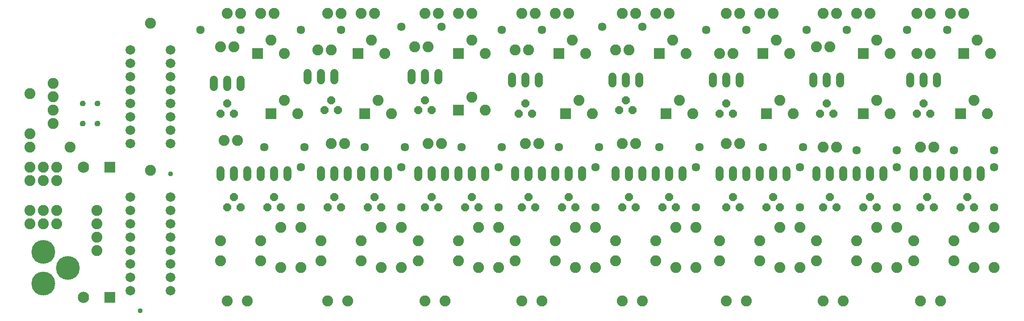
<source format=gts>
G75*
%MOIN*%
%OFA0B0*%
%FSLAX25Y25*%
%IPPOS*%
%LPD*%
%AMOC8*
5,1,8,0,0,1.08239X$1,22.5*
%
%ADD10C,0.17800*%
%ADD11C,0.08400*%
%ADD12R,0.08400X0.08400*%
%ADD13C,0.00500*%
%ADD14C,0.08200*%
%ADD15C,0.07200*%
%ADD16C,0.06000*%
%ADD17OC8,0.06000*%
%ADD18C,0.06343*%
%ADD19R,0.08200X0.08200*%
%ADD20C,0.03778*%
D10*
X0021300Y0041615D03*
X0039804Y0053426D03*
X0021300Y0065237D03*
D11*
X0051457Y0031300D03*
X0051457Y0128800D03*
D12*
X0071143Y0128800D03*
X0071143Y0031300D03*
D13*
X0061790Y0159570D02*
X0062174Y0159610D01*
X0062540Y0159734D01*
X0062869Y0159937D01*
X0063144Y0160208D01*
X0063353Y0160533D01*
X0063483Y0160896D01*
X0063530Y0161280D01*
X0063492Y0161674D01*
X0063368Y0162051D01*
X0063162Y0162390D01*
X0062887Y0162675D01*
X0062555Y0162891D01*
X0062183Y0163028D01*
X0061790Y0163080D01*
X0061392Y0163025D01*
X0061016Y0162882D01*
X0060681Y0162660D01*
X0060404Y0162369D01*
X0060198Y0162023D01*
X0060075Y0161640D01*
X0060040Y0161240D01*
X0060092Y0160860D01*
X0060227Y0160502D01*
X0060438Y0160182D01*
X0060715Y0159918D01*
X0061044Y0159722D01*
X0061409Y0159604D01*
X0061790Y0159570D01*
X0062739Y0159856D02*
X0060818Y0159856D01*
X0060324Y0160355D02*
X0063239Y0160355D01*
X0063468Y0160853D02*
X0060094Y0160853D01*
X0060050Y0161352D02*
X0063523Y0161352D01*
X0063434Y0161850D02*
X0060143Y0161850D01*
X0060392Y0162349D02*
X0063187Y0162349D01*
X0062622Y0162847D02*
X0060963Y0162847D01*
X0052472Y0161674D02*
X0052510Y0161280D01*
X0052463Y0160896D01*
X0052333Y0160533D01*
X0052124Y0160208D01*
X0051849Y0159937D01*
X0051520Y0159734D01*
X0051154Y0159610D01*
X0050770Y0159570D01*
X0050389Y0159604D01*
X0050024Y0159722D01*
X0049695Y0159918D01*
X0049418Y0160182D01*
X0049207Y0160502D01*
X0049072Y0160860D01*
X0049020Y0161240D01*
X0049055Y0161640D01*
X0049178Y0162023D01*
X0049384Y0162369D01*
X0049661Y0162660D01*
X0049996Y0162882D01*
X0050372Y0163025D01*
X0050770Y0163080D01*
X0051163Y0163028D01*
X0051535Y0162891D01*
X0051867Y0162675D01*
X0052142Y0162390D01*
X0052348Y0162051D01*
X0052472Y0161674D01*
X0052414Y0161850D02*
X0049123Y0161850D01*
X0049030Y0161352D02*
X0052503Y0161352D01*
X0052448Y0160853D02*
X0049074Y0160853D01*
X0049304Y0160355D02*
X0052219Y0160355D01*
X0051718Y0159856D02*
X0049798Y0159856D01*
X0049372Y0162349D02*
X0052167Y0162349D01*
X0051602Y0162847D02*
X0049943Y0162847D01*
X0050770Y0174570D02*
X0051154Y0174610D01*
X0051520Y0174734D01*
X0051849Y0174937D01*
X0052124Y0175208D01*
X0052333Y0175533D01*
X0052463Y0175896D01*
X0052510Y0176280D01*
X0052472Y0176674D01*
X0052348Y0177051D01*
X0052142Y0177390D01*
X0051867Y0177675D01*
X0051535Y0177891D01*
X0051163Y0178028D01*
X0050770Y0178080D01*
X0050372Y0178025D01*
X0049996Y0177882D01*
X0049661Y0177660D01*
X0049384Y0177369D01*
X0049178Y0177023D01*
X0049055Y0176640D01*
X0049020Y0176240D01*
X0049072Y0175860D01*
X0049207Y0175502D01*
X0049418Y0175182D01*
X0049695Y0174918D01*
X0050024Y0174722D01*
X0050389Y0174604D01*
X0050770Y0174570D01*
X0051646Y0174812D02*
X0049873Y0174812D01*
X0049333Y0175310D02*
X0052190Y0175310D01*
X0052432Y0175809D02*
X0049091Y0175809D01*
X0049026Y0176307D02*
X0052507Y0176307D01*
X0052429Y0176806D02*
X0049108Y0176806D01*
X0049345Y0177304D02*
X0052194Y0177304D01*
X0051671Y0177803D02*
X0049876Y0177803D01*
X0060075Y0176640D02*
X0060198Y0177023D01*
X0060404Y0177369D01*
X0060681Y0177660D01*
X0061016Y0177882D01*
X0061392Y0178025D01*
X0061790Y0178080D01*
X0062183Y0178028D01*
X0062555Y0177891D01*
X0062887Y0177675D01*
X0063162Y0177390D01*
X0063368Y0177051D01*
X0063492Y0176674D01*
X0063530Y0176280D01*
X0063483Y0175896D01*
X0063353Y0175533D01*
X0063144Y0175208D01*
X0062869Y0174937D01*
X0062540Y0174734D01*
X0062174Y0174610D01*
X0061790Y0174570D01*
X0061409Y0174604D01*
X0061044Y0174722D01*
X0060715Y0174918D01*
X0060438Y0175182D01*
X0060227Y0175502D01*
X0060092Y0175860D01*
X0060040Y0176240D01*
X0060075Y0176640D01*
X0060128Y0176806D02*
X0063449Y0176806D01*
X0063527Y0176307D02*
X0060046Y0176307D01*
X0060111Y0175809D02*
X0063452Y0175809D01*
X0063210Y0175310D02*
X0060353Y0175310D01*
X0060893Y0174812D02*
X0062666Y0174812D01*
X0063214Y0177304D02*
X0060366Y0177304D01*
X0060896Y0177803D02*
X0062691Y0177803D01*
D14*
X0028800Y0181300D03*
X0011300Y0183800D03*
X0028800Y0191300D03*
X0028800Y0171300D03*
X0028800Y0161300D03*
X0011300Y0153800D03*
X0011300Y0143800D03*
X0041300Y0143800D03*
X0031300Y0128800D03*
X0021300Y0128800D03*
X0011300Y0128800D03*
X0011300Y0118800D03*
X0021300Y0118800D03*
X0031300Y0118800D03*
X0031300Y0096300D03*
X0021300Y0096300D03*
X0011300Y0096300D03*
X0011300Y0086300D03*
X0021300Y0086300D03*
X0031300Y0086300D03*
X0061300Y0086300D03*
X0061300Y0076300D03*
X0061300Y0066300D03*
X0061300Y0096300D03*
X0101300Y0126300D03*
X0156300Y0148800D03*
X0166300Y0148800D03*
X0211300Y0168741D03*
X0201300Y0178583D03*
X0271300Y0178583D03*
X0281300Y0168741D03*
X0341300Y0181083D03*
X0351300Y0171241D03*
X0421300Y0178583D03*
X0431300Y0168741D03*
X0453800Y0146300D03*
X0463800Y0146300D03*
X0506300Y0168741D03*
X0496300Y0178583D03*
X0571300Y0178583D03*
X0581300Y0168741D03*
X0643800Y0178583D03*
X0653800Y0168741D03*
X0716300Y0178583D03*
X0726300Y0168741D03*
X0686300Y0143800D03*
X0676300Y0143800D03*
X0613800Y0143800D03*
X0603800Y0143800D03*
X0541300Y0146300D03*
X0531300Y0146300D03*
X0391300Y0146300D03*
X0381300Y0146300D03*
X0318800Y0146300D03*
X0308800Y0146300D03*
X0246300Y0146300D03*
X0236300Y0146300D03*
X0213800Y0083800D03*
X0198800Y0083800D03*
X0183800Y0073800D03*
X0153800Y0073800D03*
X0153800Y0058800D03*
X0183800Y0058800D03*
X0198800Y0053800D03*
X0213800Y0053800D03*
X0228800Y0058800D03*
X0258800Y0058800D03*
X0273800Y0053800D03*
X0288800Y0053800D03*
X0301300Y0058800D03*
X0331300Y0058800D03*
X0346300Y0053800D03*
X0361300Y0053800D03*
X0373800Y0058800D03*
X0403800Y0058800D03*
X0418800Y0053800D03*
X0433800Y0053800D03*
X0448800Y0058800D03*
X0478800Y0058800D03*
X0493800Y0053800D03*
X0508800Y0053800D03*
X0526300Y0058800D03*
X0556300Y0058800D03*
X0571300Y0053800D03*
X0586300Y0053800D03*
X0598800Y0058800D03*
X0628800Y0058800D03*
X0643800Y0053800D03*
X0658800Y0053800D03*
X0671300Y0058800D03*
X0701300Y0058800D03*
X0716300Y0053800D03*
X0731300Y0053800D03*
X0701300Y0073800D03*
X0716300Y0083800D03*
X0731300Y0083800D03*
X0671300Y0073800D03*
X0658800Y0083800D03*
X0643800Y0083800D03*
X0628800Y0073800D03*
X0598800Y0073800D03*
X0586300Y0083800D03*
X0571300Y0083800D03*
X0556300Y0073800D03*
X0526300Y0073800D03*
X0508800Y0083800D03*
X0493800Y0083800D03*
X0478800Y0073800D03*
X0448800Y0073800D03*
X0433800Y0083800D03*
X0418800Y0083800D03*
X0403800Y0073800D03*
X0373800Y0073800D03*
X0361300Y0083800D03*
X0346300Y0083800D03*
X0331300Y0073800D03*
X0301300Y0073800D03*
X0288800Y0083800D03*
X0273800Y0083800D03*
X0258800Y0073800D03*
X0228800Y0073800D03*
X0233800Y0028800D03*
X0248800Y0028800D03*
X0306300Y0028800D03*
X0321300Y0028800D03*
X0378800Y0028800D03*
X0393800Y0028800D03*
X0453800Y0028800D03*
X0468800Y0028800D03*
X0531300Y0028800D03*
X0546300Y0028800D03*
X0603800Y0028800D03*
X0618800Y0028800D03*
X0676300Y0028800D03*
X0691300Y0028800D03*
X0173800Y0028800D03*
X0158800Y0028800D03*
X0201300Y0213741D03*
X0226300Y0216300D03*
X0236300Y0216300D03*
X0266300Y0223583D03*
X0276300Y0213741D03*
X0298800Y0218800D03*
X0308800Y0218800D03*
X0341300Y0223583D03*
X0351300Y0213741D03*
X0373800Y0216300D03*
X0383800Y0216300D03*
X0416300Y0223583D03*
X0426300Y0213741D03*
X0448800Y0216300D03*
X0458800Y0216300D03*
X0491300Y0223583D03*
X0501300Y0213741D03*
X0526300Y0213800D03*
X0536300Y0213800D03*
X0568800Y0223583D03*
X0578800Y0213741D03*
X0598800Y0218800D03*
X0608800Y0218800D03*
X0643800Y0223583D03*
X0653800Y0213741D03*
X0673800Y0213800D03*
X0683800Y0213800D03*
X0718800Y0223583D03*
X0728800Y0213741D03*
X0708800Y0243800D03*
X0698800Y0243800D03*
X0683800Y0243800D03*
X0673800Y0243800D03*
X0638800Y0243800D03*
X0628800Y0243800D03*
X0613800Y0243800D03*
X0603800Y0243800D03*
X0566300Y0243800D03*
X0556300Y0243800D03*
X0541300Y0243800D03*
X0531300Y0243800D03*
X0488800Y0243800D03*
X0478800Y0243800D03*
X0463800Y0243800D03*
X0453800Y0243800D03*
X0413800Y0243800D03*
X0403800Y0243800D03*
X0388800Y0243800D03*
X0378800Y0243800D03*
X0341300Y0243800D03*
X0331300Y0243800D03*
X0316300Y0243800D03*
X0306300Y0243800D03*
X0268800Y0243800D03*
X0258800Y0243800D03*
X0243800Y0243800D03*
X0233800Y0243800D03*
X0193800Y0243800D03*
X0183800Y0243800D03*
X0168800Y0243800D03*
X0158800Y0243800D03*
X0191300Y0223583D03*
X0163800Y0218800D03*
X0153800Y0218800D03*
X0101300Y0236300D03*
D15*
X0086300Y0216300D03*
X0086300Y0206300D03*
X0086300Y0196300D03*
X0086300Y0186300D03*
X0086300Y0176300D03*
X0086300Y0166300D03*
X0086300Y0156300D03*
X0086300Y0146300D03*
X0116300Y0146300D03*
X0116300Y0156300D03*
X0116300Y0166300D03*
X0116300Y0176300D03*
X0116300Y0186300D03*
X0116300Y0196300D03*
X0116300Y0206300D03*
X0116300Y0216300D03*
X0116300Y0106300D03*
X0116300Y0096300D03*
X0116300Y0086300D03*
X0116300Y0076300D03*
X0116300Y0066300D03*
X0116300Y0056300D03*
X0116300Y0046300D03*
X0116300Y0036300D03*
X0086300Y0036300D03*
X0086300Y0046300D03*
X0086300Y0056300D03*
X0086300Y0066300D03*
X0086300Y0076300D03*
X0086300Y0086300D03*
X0086300Y0096300D03*
X0086300Y0106300D03*
D16*
X0153800Y0121200D02*
X0153800Y0126400D01*
X0163800Y0126400D02*
X0163800Y0121200D01*
X0173800Y0121200D02*
X0173800Y0126400D01*
X0183800Y0126400D02*
X0183800Y0121200D01*
X0193800Y0121200D02*
X0193800Y0126400D01*
X0203800Y0126400D02*
X0203800Y0121200D01*
X0228800Y0121200D02*
X0228800Y0126400D01*
X0238800Y0126400D02*
X0238800Y0121200D01*
X0248800Y0121200D02*
X0248800Y0126400D01*
X0258800Y0126400D02*
X0258800Y0121200D01*
X0268800Y0121200D02*
X0268800Y0126400D01*
X0278800Y0126400D02*
X0278800Y0121200D01*
X0301300Y0121200D02*
X0301300Y0126400D01*
X0311300Y0126400D02*
X0311300Y0121200D01*
X0321300Y0121200D02*
X0321300Y0126400D01*
X0331300Y0126400D02*
X0331300Y0121200D01*
X0341300Y0121200D02*
X0341300Y0126400D01*
X0351300Y0126400D02*
X0351300Y0121200D01*
X0373800Y0121200D02*
X0373800Y0126400D01*
X0383800Y0126400D02*
X0383800Y0121200D01*
X0393800Y0121200D02*
X0393800Y0126400D01*
X0403800Y0126400D02*
X0403800Y0121200D01*
X0413800Y0121200D02*
X0413800Y0126400D01*
X0423800Y0126400D02*
X0423800Y0121200D01*
X0448800Y0121200D02*
X0448800Y0126400D01*
X0458800Y0126400D02*
X0458800Y0121200D01*
X0468800Y0121200D02*
X0468800Y0126400D01*
X0478800Y0126400D02*
X0478800Y0121200D01*
X0488800Y0121200D02*
X0488800Y0126400D01*
X0498800Y0126400D02*
X0498800Y0121200D01*
X0526300Y0121200D02*
X0526300Y0126400D01*
X0536300Y0126400D02*
X0536300Y0121200D01*
X0546300Y0121200D02*
X0546300Y0126400D01*
X0556300Y0126400D02*
X0556300Y0121200D01*
X0566300Y0121200D02*
X0566300Y0126400D01*
X0576300Y0126400D02*
X0576300Y0121200D01*
X0598800Y0121200D02*
X0598800Y0126400D01*
X0608800Y0126400D02*
X0608800Y0121200D01*
X0618800Y0121200D02*
X0618800Y0126400D01*
X0628800Y0126400D02*
X0628800Y0121200D01*
X0638800Y0121200D02*
X0638800Y0126400D01*
X0648800Y0126400D02*
X0648800Y0121200D01*
X0671300Y0121200D02*
X0671300Y0126400D01*
X0681300Y0126400D02*
X0681300Y0121200D01*
X0691300Y0121200D02*
X0691300Y0126400D01*
X0701300Y0126400D02*
X0701300Y0121200D01*
X0711300Y0121200D02*
X0711300Y0126400D01*
X0721300Y0126400D02*
X0721300Y0121200D01*
X0688800Y0191200D02*
X0688800Y0196400D01*
X0678800Y0196400D02*
X0678800Y0191200D01*
X0668800Y0191200D02*
X0668800Y0196400D01*
X0616300Y0196400D02*
X0616300Y0191200D01*
X0606300Y0191200D02*
X0606300Y0196400D01*
X0596300Y0196400D02*
X0596300Y0191200D01*
X0541300Y0191200D02*
X0541300Y0196400D01*
X0531300Y0196400D02*
X0531300Y0191200D01*
X0521300Y0191200D02*
X0521300Y0196400D01*
X0466300Y0196400D02*
X0466300Y0191200D01*
X0456300Y0191200D02*
X0456300Y0196400D01*
X0446300Y0196400D02*
X0446300Y0191200D01*
X0391300Y0191200D02*
X0391300Y0196400D01*
X0381300Y0196400D02*
X0381300Y0191200D01*
X0371300Y0191200D02*
X0371300Y0196400D01*
X0316300Y0198900D02*
X0316300Y0193700D01*
X0306300Y0193700D02*
X0306300Y0198900D01*
X0296300Y0198900D02*
X0296300Y0193700D01*
X0238800Y0193700D02*
X0238800Y0198900D01*
X0228800Y0198900D02*
X0228800Y0193700D01*
X0218800Y0193700D02*
X0218800Y0198900D01*
X0168800Y0193900D02*
X0168800Y0188700D01*
X0158800Y0188700D02*
X0158800Y0193900D01*
X0148800Y0193900D02*
X0148800Y0188700D01*
D17*
X0158800Y0176300D03*
X0153800Y0168800D03*
X0163800Y0168800D03*
X0231300Y0171300D03*
X0241300Y0171300D03*
X0236300Y0178800D03*
X0301300Y0171300D03*
X0311300Y0171300D03*
X0306300Y0178800D03*
X0376300Y0168800D03*
X0386300Y0168800D03*
X0381300Y0176300D03*
X0451300Y0171300D03*
X0461300Y0171300D03*
X0456300Y0178800D03*
X0526300Y0168800D03*
X0536300Y0168800D03*
X0531300Y0176300D03*
X0601300Y0168800D03*
X0611300Y0168800D03*
X0606300Y0176300D03*
X0673800Y0168800D03*
X0683800Y0168800D03*
X0678800Y0176300D03*
X0681300Y0106300D03*
X0676300Y0098800D03*
X0686300Y0098800D03*
X0706300Y0098800D03*
X0716300Y0098800D03*
X0711300Y0106300D03*
X0643800Y0098800D03*
X0633800Y0098800D03*
X0638800Y0106300D03*
X0613800Y0098800D03*
X0603800Y0098800D03*
X0608800Y0106300D03*
X0571300Y0098800D03*
X0561300Y0098800D03*
X0566300Y0106300D03*
X0541300Y0098800D03*
X0531300Y0098800D03*
X0536300Y0106300D03*
X0493800Y0098800D03*
X0483800Y0098800D03*
X0463800Y0098800D03*
X0453800Y0098800D03*
X0458800Y0106300D03*
X0488800Y0106300D03*
X0418800Y0098800D03*
X0408800Y0098800D03*
X0388800Y0098800D03*
X0378800Y0098800D03*
X0383800Y0106300D03*
X0413800Y0106300D03*
X0346300Y0098800D03*
X0336300Y0098800D03*
X0341300Y0106300D03*
X0316300Y0098800D03*
X0306300Y0098800D03*
X0311300Y0106300D03*
X0273800Y0098800D03*
X0263800Y0098800D03*
X0268800Y0106300D03*
X0243800Y0098800D03*
X0233800Y0098800D03*
X0238800Y0106300D03*
X0198800Y0098800D03*
X0188800Y0098800D03*
X0193800Y0106300D03*
X0168800Y0098800D03*
X0158800Y0098800D03*
X0163800Y0106300D03*
D18*
X0213800Y0098800D03*
X0288800Y0098800D03*
X0361300Y0098800D03*
X0433800Y0098800D03*
X0508800Y0098800D03*
X0586300Y0098800D03*
X0658800Y0098800D03*
X0731300Y0098800D03*
X0731300Y0128800D03*
X0731300Y0141300D03*
X0701300Y0141300D03*
X0658800Y0141300D03*
X0628800Y0141300D03*
X0658800Y0128800D03*
X0588800Y0143800D03*
X0558800Y0143800D03*
X0586300Y0128800D03*
X0511300Y0143800D03*
X0481300Y0143800D03*
X0508800Y0128800D03*
X0436300Y0143800D03*
X0406300Y0143800D03*
X0433800Y0128800D03*
X0363800Y0143800D03*
X0333800Y0143800D03*
X0291300Y0143800D03*
X0261300Y0143800D03*
X0288800Y0128800D03*
X0216300Y0143800D03*
X0186300Y0143800D03*
X0213800Y0128800D03*
X0361300Y0128800D03*
X0363800Y0231300D03*
X0393800Y0231300D03*
X0438800Y0233800D03*
X0468800Y0233800D03*
X0516300Y0231300D03*
X0546300Y0231300D03*
X0591300Y0231300D03*
X0621300Y0231300D03*
X0666300Y0231300D03*
X0696300Y0231300D03*
X0318800Y0233800D03*
X0288800Y0233800D03*
X0243800Y0231300D03*
X0213800Y0231300D03*
X0168800Y0231300D03*
X0138800Y0231300D03*
D19*
X0181300Y0213741D03*
X0256300Y0213741D03*
X0331300Y0213741D03*
X0406300Y0213741D03*
X0481300Y0213741D03*
X0558800Y0213741D03*
X0633800Y0213741D03*
X0708800Y0213741D03*
X0706300Y0168741D03*
X0633800Y0168741D03*
X0561300Y0168741D03*
X0486300Y0168741D03*
X0411300Y0168741D03*
X0331300Y0171241D03*
X0261300Y0168741D03*
X0191300Y0168741D03*
D20*
X0116300Y0123800D03*
X0093800Y0021300D03*
M02*

</source>
